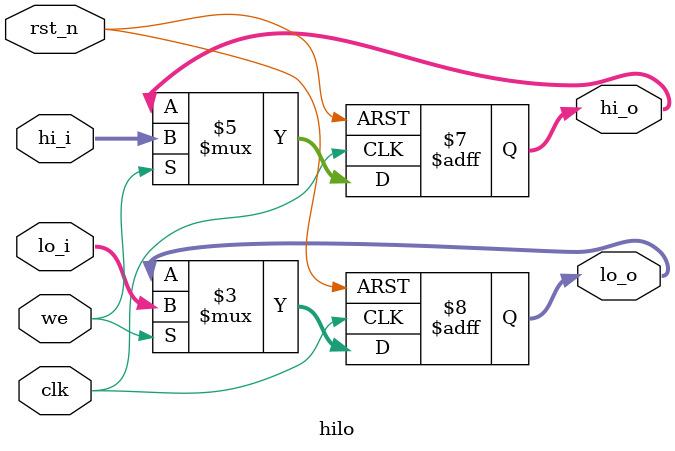
<source format=v>
module hilo(
    input wire clk,
    input wire rst_n,

    input wire we,
    input wire [31:0] hi_i,
    input wire [31:0] lo_i,


    output reg [31:0] hi_o,
    output reg [31:0] lo_o
);

always @(posedge clk or negedge rst_n) begin
    if (!rst_n) begin
        hi_o <= 32'h0;
        lo_o <= 32'h0;
    end
    else if (we) begin
        hi_o <= hi_i;
        lo_o <= lo_i;
    end
end

endmodule
</source>
